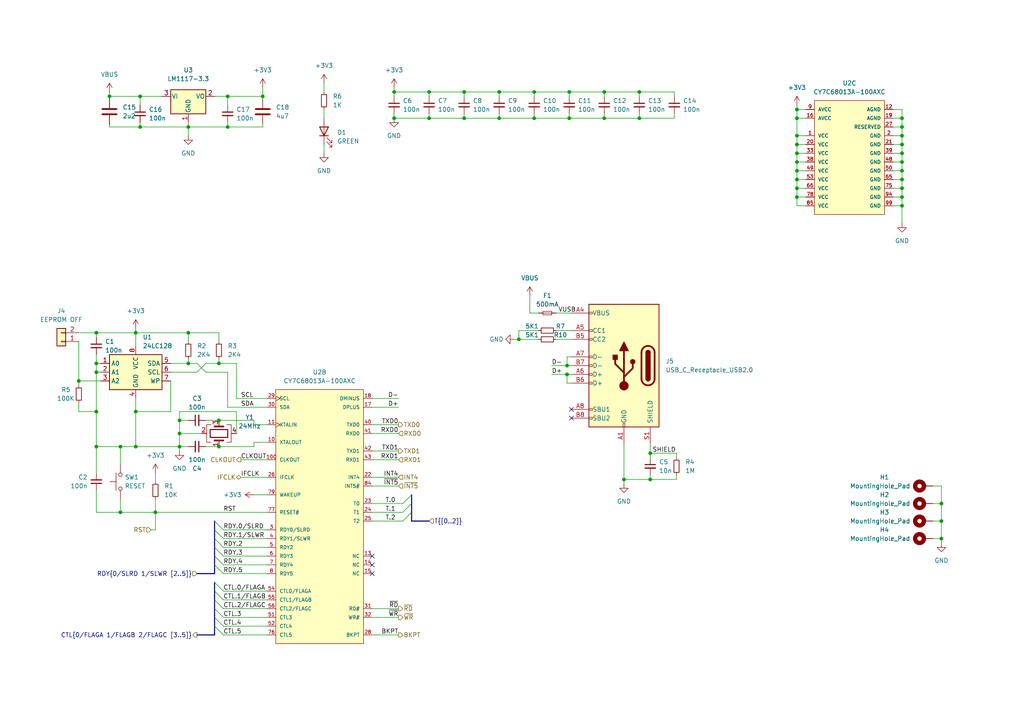
<source format=kicad_sch>
(kicad_sch (version 20211123) (generator eeschema)
  (paper "A4")
  (lib_symbols
    (symbol "CY7C68013A-100AXC:CY7C68013A-100AXC" (pin_names (offset 1.016))
      (property "Reference" "U" (at 0 5.08 0))
      (property "Value" "CY7C68013A-100AXC" (at 0 7.62 0))
      (symbol "CY7C68013A-100AXC_1_1"
        (pin bidirectional line (at 40.64 0 180) (length 2.54) (name "PB0/FD[0]") (number "34"))
        (pin bidirectional line (at 40.64 -2.54 180) (length 2.54) (name "PB1/FD[1]") (number "35"))
        (pin bidirectional line (at 40.64 -5.08 180) (length 2.54) (name "PB2/FD[2]") (number "36"))
        (pin bidirectional line (at 40.64 -7.62 180) (length 2.54) (name "PB3/FD[3]") (number "37"))
        (pin bidirectional line (at 40.64 -10.16 180) (length 2.54) (name "PB4/FD[4]") (number "44"))
        (pin bidirectional line (at 40.64 -12.7 180) (length 2.54) (name "PB5/FD[5]") (number "45"))
        (pin bidirectional line (at 40.64 -15.24 180) (length 2.54) (name "PB6/FD[6]") (number "46"))
        (pin bidirectional line (at 40.64 -17.78 180) (length 2.54) (name "PB7/FD[7]") (number "47"))
        (pin bidirectional line (at 0 -22.86 0) (length 2.54) (name "PC0/GPIFADR0") (number "57"))
        (pin bidirectional line (at 0 -25.4 0) (length 2.54) (name "PC1/GPIFADR1") (number "58"))
        (pin bidirectional line (at 0 -27.94 0) (length 2.54) (name "PC2/GPIFADR2") (number "59"))
        (pin bidirectional line (at 0 -30.48 0) (length 2.54) (name "PC3/GPIFADR3") (number "60"))
        (pin bidirectional line (at 0 -33.02 0) (length 2.54) (name "PC4/GPIFADR4") (number "61"))
        (pin bidirectional line (at 0 -35.56 0) (length 2.54) (name "PC5/GPIFADR5") (number "62"))
        (pin bidirectional line (at 0 -38.1 0) (length 2.54) (name "PC6/GPIFADR6") (number "63"))
        (pin bidirectional line (at 0 -40.64 0) (length 2.54) (name "PC7/GPIFADR7") (number "64"))
        (pin bidirectional line (at 0 0 0) (length 2.54) (name "PA0/INT0#") (number "67"))
        (pin bidirectional line (at 0 -2.54 0) (length 2.54) (name "PA1/INT1#") (number "68"))
        (pin bidirectional line (at 0 -5.08 0) (length 2.54) (name "PA2/SLOE") (number "69"))
        (pin bidirectional line (at 0 -7.62 0) (length 2.54) (name "PA3/WU2") (number "70"))
        (pin bidirectional line (at 0 -10.16 0) (length 2.54) (name "PA4/FIFOADR0") (number "71"))
        (pin bidirectional line (at 0 -12.7 0) (length 2.54) (name "PA5/FIFOADR1") (number "72"))
        (pin bidirectional line (at 0 -15.24 0) (length 2.54) (name "PA6/PKTEND") (number "73"))
        (pin bidirectional line (at 0 -17.78 0) (length 2.54) (name "PA7/FLAGD/SLCS#") (number "74"))
        (pin bidirectional line (at 40.64 -22.86 180) (length 2.54) (name "PD0/FD[8]") (number "80"))
        (pin bidirectional line (at 40.64 -25.4 180) (length 2.54) (name "PD1/FD[9]") (number "81"))
        (pin bidirectional line (at 40.64 -27.94 180) (length 2.54) (name "PD2/FD[10]") (number "82"))
        (pin bidirectional line (at 40.64 -30.48 180) (length 2.54) (name "PD3/FD[11]") (number "83"))
        (pin bidirectional line (at 0 -45.72 0) (length 2.54) (name "PE0/T0OUT") (number "86"))
        (pin bidirectional line (at 0 -48.26 0) (length 2.54) (name "PE1/T1OUT") (number "87"))
        (pin bidirectional line (at 0 -50.8 0) (length 2.54) (name "PE2/T2OUT") (number "88"))
        (pin bidirectional line (at 0 -53.34 0) (length 2.54) (name "PE3/RXD0OUT") (number "89"))
        (pin bidirectional line (at 0 -55.88 0) (length 2.54) (name "PE4/RXD1OUT") (number "90"))
        (pin bidirectional line (at 0 -58.42 0) (length 2.54) (name "PE5/INT6") (number "91"))
        (pin bidirectional line (at 0 -60.96 0) (length 2.54) (name "PE6/T2EX") (number "92"))
        (pin bidirectional line (at 0 -63.5 0) (length 2.54) (name "PE7/GPIFADR8") (number "93"))
        (pin bidirectional line (at 40.64 -33.02 180) (length 2.54) (name "PD4/FD[12]") (number "95"))
        (pin bidirectional line (at 40.64 -35.56 180) (length 2.54) (name "PD5/FD[13]") (number "96"))
        (pin bidirectional line (at 40.64 -38.1 180) (length 2.54) (name "PD6/FD[14]") (number "97"))
        (pin bidirectional line (at 40.64 -40.64 180) (length 2.54) (name "PD7/FD[15]") (number "98"))
      )
      (symbol "CY7C68013A-100AXC_2_1"
        (pin passive line (at 0 -12.7 0) (length 2.54) (name "XTALOUT") (number "10"))
        (pin unspecified line (at 0 -17.78 0) (length 2.54) (name "CLKOUT") (number "100"))
        (pin input clock (at 0 -7.62 0) (length 2.54) (name "XTALIN") (number "11"))
        (pin passive line (at 30.48 -45.72 180) (length 2.54) (name "NC") (number "13"))
        (pin passive line (at 30.48 -48.26 180) (length 2.54) (name "NC") (number "14"))
        (pin passive line (at 30.48 -50.8 180) (length 2.54) (name "NC") (number "15"))
        (pin bidirectional line (at 30.48 -2.54 180) (length 2.54) (name "DPLUS") (number "17"))
        (pin bidirectional line (at 30.48 0 180) (length 2.54) (name "DMINUS") (number "18"))
        (pin input line (at 30.48 -22.86 180) (length 2.54) (name "INT4") (number "22"))
        (pin input line (at 30.48 -30.48 180) (length 2.54) (name "T0") (number "23"))
        (pin input line (at 30.48 -33.02 180) (length 2.54) (name "T1") (number "24"))
        (pin input line (at 30.48 -35.56 180) (length 2.54) (name "T2") (number "25"))
        (pin bidirectional line (at 0 -22.86 0) (length 2.54) (name "IFCLK") (number "26"))
        (pin output line (at 30.48 -68.58 180) (length 2.54) (name "BKPT") (number "28"))
        (pin bidirectional clock (at 0 0 0) (length 2.54) (name "SCL") (number "29"))
        (pin input line (at 0 -38.1 0) (length 2.54) (name "RDY0/SLRD") (number "3"))
        (pin bidirectional line (at 0 -2.54 0) (length 2.54) (name "SDA") (number "30"))
        (pin output line (at 30.48 -60.96 180) (length 2.54) (name "RD#") (number "31"))
        (pin output line (at 30.48 -63.5 180) (length 2.54) (name "WR#") (number "32"))
        (pin input line (at 0 -40.64 0) (length 2.54) (name "RDY1/SLWR") (number "4"))
        (pin output line (at 30.48 -7.62 180) (length 2.54) (name "TXD0") (number "40"))
        (pin input line (at 30.48 -10.16 180) (length 2.54) (name "RXD0") (number "41"))
        (pin output line (at 30.48 -15.24 180) (length 2.54) (name "TXD1") (number "42"))
        (pin input line (at 30.48 -17.78 180) (length 2.54) (name "RXD1") (number "43"))
        (pin input line (at 0 -43.18 0) (length 2.54) (name "RDY2") (number "5"))
        (pin output line (at 0 -63.5 0) (length 2.54) (name "CTL3") (number "51"))
        (pin output line (at 0 -66.04 0) (length 2.54) (name "CTL4") (number "52"))
        (pin unspecified line (at 0 -55.88 0) (length 2.54) (name "CTL0/FLAGA") (number "54"))
        (pin unspecified line (at 0 -58.42 0) (length 2.54) (name "CTL1/FLAGB") (number "55"))
        (pin unspecified line (at 0 -60.96 0) (length 2.54) (name "CTL2/FLAGC") (number "56"))
        (pin input line (at 0 -45.72 0) (length 2.54) (name "RDY3") (number "6"))
        (pin input line (at 0 -48.26 0) (length 2.54) (name "RDY4") (number "7"))
        (pin output line (at 0 -68.58 0) (length 2.54) (name "CTL5") (number "76"))
        (pin input line (at 0 -33.02 0) (length 2.54) (name "RESET#") (number "77"))
        (pin input line (at 0 -27.94 0) (length 2.54) (name "WAKEUP") (number "79"))
        (pin input line (at 0 -50.8 0) (length 2.54) (name "RDY5") (number "8"))
        (pin input line (at 30.48 -25.4 180) (length 2.54) (name "INT5#") (number "84"))
      )
      (symbol "CY7C68013A-100AXC_3_1"
        (pin power_in line (at 0 -7.62 0) (length 2.54) (name "VCC") (number "1"))
        (pin power_in line (at 25.4 0 180) (length 2.54) (name "AGND") (number "12"))
        (pin power_in line (at 0 -2.54 0) (length 2.54) (name "AVCC") (number "16"))
        (pin power_in line (at 25.4 -2.54 180) (length 2.54) (name "AGND") (number "19"))
        (pin power_in line (at 25.4 -7.62 180) (length 2.54) (name "GND") (number "2"))
        (pin power_in line (at 0 -10.16 0) (length 2.54) (name "VCC") (number "20"))
        (pin power_in line (at 25.4 -10.16 180) (length 2.54) (name "GND") (number "21"))
        (pin power_in line (at 25.4 -5.08 180) (length 2.54) (name "RESERVED") (number "27"))
        (pin power_in line (at 0 -12.7 0) (length 2.54) (name "VCC") (number "33"))
        (pin power_in line (at 0 -15.24 0) (length 2.54) (name "VCC") (number "38"))
        (pin power_in line (at 25.4 -12.7 180) (length 2.54) (name "GND") (number "39"))
        (pin power_in line (at 25.4 -15.24 180) (length 2.54) (name "GND") (number "48"))
        (pin power_in line (at 0 -17.78 0) (length 2.54) (name "VCC") (number "49"))
        (pin power_in line (at 25.4 -17.78 180) (length 2.54) (name "GND") (number "50"))
        (pin power_in line (at 0 -20.32 0) (length 2.54) (name "VCC") (number "53"))
        (pin power_in line (at 25.4 -20.32 180) (length 2.54) (name "GND") (number "65"))
        (pin power_in line (at 0 -22.86 0) (length 2.54) (name "VCC") (number "66"))
        (pin power_in line (at 25.4 -22.86 180) (length 2.54) (name "GND") (number "75"))
        (pin power_in line (at 0 -25.4 0) (length 2.54) (name "VCC") (number "78"))
        (pin power_in line (at 0 -27.94 0) (length 2.54) (name "VCC") (number "85"))
        (pin power_in line (at 0 0 0) (length 2.54) (name "AVCC") (number "9"))
        (pin power_in line (at 25.4 -25.4 180) (length 2.54) (name "GND") (number "94"))
        (pin power_in line (at 25.4 -27.94 180) (length 2.54) (name "GND") (number "99"))
      )
    )
    (symbol "Connector:USB_C_Receptacle_USB2.0" (pin_names (offset 1.016))
      (property "Reference" "J" (at -10.16 19.05 0))
      (property "Value" "USB_C_Receptacle_USB2.0" (at 19.05 19.05 0))
      (symbol "USB_C_Receptacle_USB2.0_1_1"
        (pin passive line (at 0 -22.86 90) (length 5.08) (name "GND") (number "A1"))
        (pin passive line (at 0 -22.86 90) (length 5.08) hide (name "GND") (number "A12"))
        (pin passive line (at 15.24 15.24 180) (length 5.08) (name "VBUS") (number "A4"))
        (pin bidirectional line (at 15.24 10.16 180) (length 5.08) (name "CC1") (number "A5"))
        (pin bidirectional line (at 15.24 -2.54 180) (length 5.08) (name "D+") (number "A6"))
        (pin bidirectional line (at 15.24 2.54 180) (length 5.08) (name "D-") (number "A7"))
        (pin bidirectional line (at 15.24 -12.7 180) (length 5.08) (name "SBU1") (number "A8"))
        (pin passive line (at 15.24 15.24 180) (length 5.08) hide (name "VBUS") (number "A9"))
        (pin passive line (at 0 -22.86 90) (length 5.08) hide (name "GND") (number "B1"))
        (pin passive line (at 0 -22.86 90) (length 5.08) hide (name "GND") (number "B12"))
        (pin passive line (at 15.24 15.24 180) (length 5.08) hide (name "VBUS") (number "B4"))
        (pin bidirectional line (at 15.24 7.62 180) (length 5.08) (name "CC2") (number "B5"))
        (pin bidirectional line (at 15.24 -5.08 180) (length 5.08) (name "D+") (number "B6"))
        (pin bidirectional line (at 15.24 0 180) (length 5.08) (name "D-") (number "B7"))
        (pin bidirectional line (at 15.24 -15.24 180) (length 5.08) (name "SBU2") (number "B8"))
        (pin passive line (at 15.24 15.24 180) (length 5.08) hide (name "VBUS") (number "B9"))
        (pin passive line (at -7.62 -22.86 90) (length 5.08) (name "SHIELD") (number "S1"))
      )
    )
    (symbol "Connector_Generic:Conn_01x02" (pin_names (offset 1.016) hide)
      (property "Reference" "J" (at 0 2.54 0))
      (property "Value" "Conn_01x02" (at 0 -5.08 0))
      (symbol "Conn_01x02_1_1"
        (pin passive line (at -5.08 0 0) (length 3.81) (name "Pin_1") (number "1"))
        (pin passive line (at -5.08 -2.54 0) (length 3.81) (name "Pin_2") (number "2"))
      )
    )
    (symbol "Device:C" (pin_numbers hide) (pin_names (offset 0.254))
      (property "Reference" "C" (at 0.635 2.54 0))
      (property "Value" "C" (at 0.635 -2.54 0))
      (symbol "C_1_1"
        (pin passive line (at 0 3.81 270) (length 2.794) (name "~") (number "1"))
        (pin passive line (at 0 -3.81 90) (length 2.794) (name "~") (number "2"))
      )
    )
    (symbol "Device:C_Small" (pin_numbers hide) (pin_names (offset 0.254) hide)
      (property "Reference" "C" (at 0.254 1.778 0))
      (property "Value" "C_Small" (at 0.254 -2.032 0))
      (symbol "C_Small_1_1"
        (pin passive line (at 0 2.54 270) (length 2.032) (name "~") (number "1"))
        (pin passive line (at 0 -2.54 90) (length 2.032) (name "~") (number "2"))
      )
    )
    (symbol "Device:Crystal_GND24" (pin_names (offset 1.016) hide)
      (property "Reference" "Y" (at 3.175 5.08 0))
      (property "Value" "Crystal_GND24" (at 3.175 3.175 0))
      (symbol "Crystal_GND24_1_1"
        (pin passive line (at -3.81 0 0) (length 1.27) (name "1") (number "1"))
        (pin passive line (at 0 5.08 270) (length 1.27) (name "2") (number "2"))
        (pin passive line (at 3.81 0 180) (length 1.27) (name "3") (number "3"))
        (pin passive line (at 0 -5.08 90) (length 1.27) (name "4") (number "4"))
      )
    )
    (symbol "Device:Fuse_Small" (pin_numbers hide) (pin_names (offset 0.254) hide)
      (property "Reference" "F" (at 0 -1.524 0))
      (property "Value" "Fuse_Small" (at 0 1.524 0))
      (symbol "Fuse_Small_1_1"
        (pin passive line (at -2.54 0 0) (length 1.27) (name "~") (number "1"))
        (pin passive line (at 2.54 0 180) (length 1.27) (name "~") (number "2"))
      )
    )
    (symbol "Device:LED" (pin_numbers hide) (pin_names (offset 1.016) hide)
      (property "Reference" "D" (at 0 2.54 0))
      (property "Value" "LED" (at 0 -2.54 0))
      (symbol "LED_1_1"
        (pin passive line (at -3.81 0 0) (length 2.54) (name "K") (number "1"))
        (pin passive line (at 3.81 0 180) (length 2.54) (name "A") (number "2"))
      )
    )
    (symbol "Device:R_Small" (pin_numbers hide) (pin_names (offset 0.254) hide)
      (property "Reference" "R" (at 0.762 0.508 0))
      (property "Value" "R_Small" (at 0.762 -1.016 0))
      (symbol "R_Small_1_1"
        (pin passive line (at 0 2.54 270) (length 0.762) (name "~") (number "1"))
        (pin passive line (at 0 -2.54 90) (length 0.762) (name "~") (number "2"))
      )
    )
    (symbol "GND_1" (power) (pin_names (offset 0))
      (property "Value" "GND_1" (at 0 -3.81 0))
      (symbol "GND_1_1_1"
        (pin power_in line (at 0 0 270) (length 0) hide (name "GND") (number "1"))
      )
    )
    (symbol "Mechanical:MountingHole_Pad" (pin_numbers hide) (pin_names (offset 1.016) hide)
      (property "Reference" "H" (at 0 6.35 0))
      (property "Value" "MountingHole_Pad" (at 0 4.445 0))
      (symbol "MountingHole_Pad_1_1"
        (pin input line (at 0 -2.54 90) (length 2.54) (name "1") (number "1"))
      )
    )
    (symbol "Memory_EEPROM:24LC128"
      (property "Reference" "U" (at -6.35 6.35 0))
      (property "Value" "24LC128" (at 1.27 6.35 0))
      (symbol "24LC128_1_1"
        (pin input line (at -10.16 2.54 0) (length 2.54) (name "A0") (number "1"))
        (pin input line (at -10.16 0 0) (length 2.54) (name "A1") (number "2"))
        (pin input line (at -10.16 -2.54 0) (length 2.54) (name "A2") (number "3"))
        (pin power_in line (at 0 -7.62 90) (length 2.54) (name "GND") (number "4"))
        (pin bidirectional line (at 10.16 2.54 180) (length 2.54) (name "SDA") (number "5"))
        (pin input line (at 10.16 0 180) (length 2.54) (name "SCL") (number "6"))
        (pin input line (at 10.16 -2.54 180) (length 2.54) (name "WP") (number "7"))
        (pin power_in line (at 0 7.62 270) (length 2.54) (name "VCC") (number "8"))
      )
    )
    (symbol "Regulator_Linear:LM1117-3.3" (pin_names (offset 0.254))
      (property "Reference" "U" (at -3.81 3.175 0))
      (property "Value" "LM1117-3.3" (at 0 3.175 0))
      (symbol "LM1117-3.3_1_1"
        (pin power_in line (at 0 -7.62 90) (length 2.54) (name "GND") (number "1"))
        (pin power_out line (at 7.62 0 180) (length 2.54) (name "VO") (number "2"))
        (pin power_in line (at -7.62 0 0) (length 2.54) (name "VI") (number "3"))
      )
    )
    (symbol "Switch:SW_Push" (pin_numbers hide) (pin_names (offset 1.016) hide)
      (property "Reference" "SW" (at 1.27 2.54 0))
      (property "Value" "SW_Push" (at 0 -1.524 0))
      (symbol "SW_Push_0_1"
        (pin passive line (at -5.08 0 0) (length 2.54) (name "1") (number "1"))
        (pin passive line (at 5.08 0 180) (length 2.54) (name "2") (number "2"))
      )
    )
    (symbol "power:+3V3" (power) (pin_names (offset 0))
      (property "Value" "+3V3" (at 0 3.556 0))
      (symbol "+3V3_1_1"
        (pin power_in line (at 0 0 90) (length 0) hide (name "+3V3") (number "1"))
      )
    )
    (symbol "power:GND" (power) (pin_names (offset 0))
      (property "Value" "GND" (at 0 -3.81 0))
      (symbol "GND_1_1"
        (pin power_in line (at 0 0 270) (length 0) hide (name "GND") (number "1"))
      )
    )
    (symbol "power:VBUS" (power) (pin_names (offset 0))
      (property "Value" "VBUS" (at 0 3.81 0))
      (symbol "VBUS_1_1"
        (pin power_in line (at 0 0 90) (length 0) hide (name "VBUS") (number "1"))
      )
    )
  )
  (junction (at 165.1 34.29))
  (junction (at 273.05 156.21))
  (junction (at 231.14 34.29))
  (junction (at 261.62 54.61))
  (junction (at 134.62 34.29))
  (junction (at 45.085 148.59))
  (junction (at 66.04 27.94))
  (junction (at 124.46 34.29))
  (junction (at 180.975 139.065))
  (junction (at 76.2 27.94))
  (junction (at 124.46 26.67))
  (junction (at 261.62 49.53))
  (junction (at 164.465 108.585))
  (junction (at 150.495 98.425))
  (junction (at 175.26 26.67))
  (junction (at 231.14 54.61))
  (junction (at 34.925 129.54))
  (junction (at 185.42 34.29))
  (junction (at 185.42 26.67))
  (junction (at 54.61 96.52))
  (junction (at 273.05 151.13))
  (junction (at 52.07 125.73))
  (junction (at 261.62 59.69))
  (junction (at 52.07 121.92))
  (junction (at 261.62 46.99))
  (junction (at 27.94 105.41))
  (junction (at 66.04 36.83))
  (junction (at 63.5 121.92))
  (junction (at 231.14 52.07))
  (junction (at 27.94 129.54))
  (junction (at 40.64 36.83))
  (junction (at 231.14 44.45))
  (junction (at 261.62 39.37))
  (junction (at 39.37 119.38))
  (junction (at 144.78 34.29))
  (junction (at 188.595 139.065))
  (junction (at 261.62 52.07))
  (junction (at 261.62 34.29))
  (junction (at 54.61 105.41))
  (junction (at 231.14 39.37))
  (junction (at 27.94 96.52))
  (junction (at 63.5 129.54))
  (junction (at 175.26 34.29))
  (junction (at 261.62 57.15))
  (junction (at 261.62 36.83))
  (junction (at 261.62 44.45))
  (junction (at 134.62 26.67))
  (junction (at 188.595 131.445))
  (junction (at 22.86 110.49))
  (junction (at 144.78 26.67))
  (junction (at 31.75 27.94))
  (junction (at 34.925 148.59))
  (junction (at 154.94 26.67))
  (junction (at 154.94 34.29))
  (junction (at 114.3 34.29))
  (junction (at 231.14 49.53))
  (junction (at 114.3 26.67))
  (junction (at 231.14 41.91))
  (junction (at 39.37 129.54))
  (junction (at 27.94 107.95))
  (junction (at 273.05 146.05))
  (junction (at 231.14 46.99))
  (junction (at 164.465 106.045))
  (junction (at 261.62 41.91))
  (junction (at 231.14 31.75))
  (junction (at 27.94 119.38))
  (junction (at 54.61 36.83))
  (junction (at 39.37 96.52))
  (junction (at 63.5 105.41))
  (junction (at 231.14 57.15))
  (junction (at 52.07 129.54))
  (junction (at 165.1 26.67))
  (junction (at 40.64 27.94))
  (no_connect (at 165.735 118.745))
  (no_connect (at 165.735 121.285))
  (no_connect (at 107.95 163.83))
  (no_connect (at 107.95 166.37))
  (no_connect (at 107.95 161.29))
  (bus_entry (at 62.23 156.21) (size 2.54 2.54))
  (bus_entry (at 62.23 173.99) (size 2.54 2.54))
  (bus_entry (at 119.38 143.51) (size -2.54 2.54))
  (bus_entry (at 62.23 179.07) (size 2.54 2.54))
  (bus_entry (at 62.23 171.45) (size 2.54 2.54))
  (bus_entry (at 119.38 148.59) (size -2.54 2.54))
  (bus_entry (at 62.23 161.29) (size 2.54 2.54))
  (bus_entry (at 62.23 176.53) (size 2.54 2.54))
  (bus_entry (at 119.38 146.05) (size -2.54 2.54))
  (bus_entry (at 62.23 168.91) (size 2.54 2.54))
  (bus_entry (at 62.23 181.61) (size 2.54 2.54))
  (bus_entry (at 62.23 153.67) (size 2.54 2.54))
  (bus_entry (at 62.23 151.13) (size 2.54 2.54))
  (bus_entry (at 62.23 163.83) (size 2.54 2.54))
  (bus_entry (at 62.23 158.75) (size 2.54 2.54))
  (wire (pts (xy 45.085 144.78) (xy 45.085 148.59)))
  (wire (pts (xy 164.465 108.585) (xy 165.735 108.585)))
  (wire (pts (xy 188.595 131.445) (xy 188.595 132.715)))
  (wire (pts (xy 259.08 54.61) (xy 261.62 54.61)))
  (wire (pts (xy 180.975 139.065) (xy 188.595 139.065)))
  (bus (pts (xy 62.23 173.99) (xy 62.23 176.53)))
  (wire (pts (xy 29.21 110.49) (xy 22.86 110.49)))
  (wire (pts (xy 124.46 26.67) (xy 134.62 26.67)))
  (wire (pts (xy 231.14 39.37) (xy 231.14 41.91)))
  (wire (pts (xy 231.14 54.61) (xy 231.14 57.15)))
  (wire (pts (xy 68.58 119.38) (xy 52.07 119.38)))
  (wire (pts (xy 188.595 128.905) (xy 188.595 131.445)))
  (wire (pts (xy 114.3 33.02) (xy 114.3 34.29)))
  (wire (pts (xy 57.15 107.95) (xy 59.69 105.41)))
  (wire (pts (xy 231.14 57.15) (xy 233.68 57.15)))
  (wire (pts (xy 261.62 52.07) (xy 261.62 54.61)))
  (bus (pts (xy 62.23 161.29) (xy 62.23 163.83)))
  (wire (pts (xy 231.14 57.15) (xy 231.14 59.69)))
  (wire (pts (xy 52.07 119.38) (xy 52.07 121.92)))
  (bus (pts (xy 62.23 156.21) (xy 62.23 158.75)))
  (wire (pts (xy 27.94 142.24) (xy 27.94 148.59)))
  (wire (pts (xy 164.465 106.045) (xy 165.735 106.045)))
  (wire (pts (xy 66.04 27.94) (xy 66.04 30.48)))
  (wire (pts (xy 261.62 36.83) (xy 261.62 39.37)))
  (wire (pts (xy 261.62 44.45) (xy 261.62 46.99)))
  (wire (pts (xy 107.95 123.19) (xy 115.57 123.19)))
  (wire (pts (xy 22.86 99.06) (xy 22.86 110.49)))
  (wire (pts (xy 59.69 107.95) (xy 66.04 107.95)))
  (wire (pts (xy 144.78 26.67) (xy 144.78 27.94)))
  (wire (pts (xy 107.95 146.05) (xy 116.84 146.05)))
  (wire (pts (xy 165.735 111.125) (xy 164.465 111.125)))
  (wire (pts (xy 49.53 119.38) (xy 39.37 119.38)))
  (wire (pts (xy 54.61 105.41) (xy 57.15 105.41)))
  (wire (pts (xy 195.58 26.67) (xy 195.58 27.94)))
  (wire (pts (xy 107.95 148.59) (xy 116.84 148.59)))
  (wire (pts (xy 259.08 39.37) (xy 261.62 39.37)))
  (wire (pts (xy 270.51 156.21) (xy 273.05 156.21)))
  (bus (pts (xy 119.38 146.05) (xy 119.38 148.59)))
  (wire (pts (xy 156.21 95.885) (xy 150.495 95.885)))
  (wire (pts (xy 150.495 95.885) (xy 150.495 98.425)))
  (wire (pts (xy 107.95 138.43) (xy 115.57 138.43)))
  (wire (pts (xy 76.2 25.4) (xy 76.2 27.94)))
  (wire (pts (xy 27.94 105.41) (xy 29.21 105.41)))
  (wire (pts (xy 259.08 49.53) (xy 261.62 49.53)))
  (wire (pts (xy 261.62 31.75) (xy 261.62 34.29)))
  (wire (pts (xy 175.26 26.67) (xy 175.26 27.94)))
  (wire (pts (xy 63.5 104.14) (xy 63.5 105.41)))
  (bus (pts (xy 119.38 143.51) (xy 119.38 146.05)))
  (wire (pts (xy 154.94 33.02) (xy 154.94 34.29)))
  (wire (pts (xy 34.925 148.59) (xy 45.085 148.59)))
  (wire (pts (xy 39.37 96.52) (xy 39.37 100.33)))
  (wire (pts (xy 165.1 33.02) (xy 165.1 34.29)))
  (wire (pts (xy 107.95 133.35) (xy 115.57 133.35)))
  (wire (pts (xy 49.53 105.41) (xy 54.61 105.41)))
  (wire (pts (xy 66.04 107.95) (xy 66.04 118.11)))
  (wire (pts (xy 124.46 34.29) (xy 134.62 34.29)))
  (wire (pts (xy 231.14 31.75) (xy 231.14 34.29)))
  (wire (pts (xy 259.08 46.99) (xy 261.62 46.99)))
  (wire (pts (xy 134.62 33.02) (xy 134.62 34.29)))
  (wire (pts (xy 124.46 26.67) (xy 124.46 27.94)))
  (wire (pts (xy 107.95 130.81) (xy 115.57 130.81)))
  (wire (pts (xy 63.5 121.92) (xy 73.66 121.92)))
  (wire (pts (xy 259.08 36.83) (xy 261.62 36.83)))
  (wire (pts (xy 46.99 27.94) (xy 40.64 27.94)))
  (wire (pts (xy 54.61 96.52) (xy 54.61 99.06)))
  (wire (pts (xy 66.04 36.83) (xy 76.2 36.83)))
  (wire (pts (xy 68.58 115.57) (xy 68.58 105.41)))
  (wire (pts (xy 161.29 98.425) (xy 165.735 98.425)))
  (wire (pts (xy 64.77 171.45) (xy 77.47 171.45)))
  (wire (pts (xy 66.04 27.94) (xy 76.2 27.94)))
  (bus (pts (xy 62.23 179.07) (xy 62.23 181.61)))
  (wire (pts (xy 273.05 157.48) (xy 273.05 156.21)))
  (wire (pts (xy 231.14 41.91) (xy 231.14 44.45)))
  (wire (pts (xy 134.62 34.29) (xy 144.78 34.29)))
  (wire (pts (xy 62.23 27.94) (xy 66.04 27.94)))
  (wire (pts (xy 149.225 98.425) (xy 150.495 98.425)))
  (wire (pts (xy 76.2 27.94) (xy 76.2 28.575)))
  (wire (pts (xy 54.61 96.52) (xy 39.37 96.52)))
  (wire (pts (xy 180.975 139.065) (xy 180.975 140.335)))
  (wire (pts (xy 259.08 57.15) (xy 261.62 57.15)))
  (wire (pts (xy 261.62 41.91) (xy 261.62 44.45)))
  (wire (pts (xy 93.98 41.91) (xy 93.98 44.45)))
  (wire (pts (xy 27.94 119.38) (xy 27.94 129.54)))
  (wire (pts (xy 57.15 105.41) (xy 59.69 107.95)))
  (wire (pts (xy 259.08 59.69) (xy 261.62 59.69)))
  (wire (pts (xy 27.94 107.95) (xy 27.94 119.38)))
  (wire (pts (xy 231.14 34.29) (xy 233.68 34.29)))
  (wire (pts (xy 39.37 129.54) (xy 52.07 129.54)))
  (wire (pts (xy 195.58 33.02) (xy 195.58 34.29)))
  (wire (pts (xy 231.14 54.61) (xy 233.68 54.61)))
  (wire (pts (xy 39.37 95.25) (xy 39.37 96.52)))
  (wire (pts (xy 261.62 34.29) (xy 261.62 36.83)))
  (wire (pts (xy 154.94 26.67) (xy 154.94 27.94)))
  (wire (pts (xy 231.14 49.53) (xy 231.14 52.07)))
  (wire (pts (xy 114.3 25.4) (xy 114.3 26.67)))
  (wire (pts (xy 114.3 26.67) (xy 114.3 27.94)))
  (wire (pts (xy 52.07 125.73) (xy 52.07 129.54)))
  (wire (pts (xy 52.07 129.54) (xy 54.61 129.54)))
  (wire (pts (xy 73.66 143.51) (xy 77.47 143.51)))
  (wire (pts (xy 45.085 153.67) (xy 45.085 148.59)))
  (wire (pts (xy 134.62 26.67) (xy 144.78 26.67)))
  (wire (pts (xy 180.975 128.905) (xy 180.975 139.065)))
  (wire (pts (xy 59.69 129.54) (xy 63.5 129.54)))
  (wire (pts (xy 259.08 41.91) (xy 261.62 41.91)))
  (wire (pts (xy 107.95 125.73) (xy 115.57 125.73)))
  (wire (pts (xy 54.61 36.83) (xy 54.61 39.37)))
  (wire (pts (xy 188.595 131.445) (xy 196.215 131.445)))
  (wire (pts (xy 59.69 105.41) (xy 63.5 105.41)))
  (wire (pts (xy 63.5 99.06) (xy 63.5 96.52)))
  (wire (pts (xy 261.62 59.69) (xy 261.62 64.77)))
  (wire (pts (xy 196.215 137.795) (xy 196.215 139.065)))
  (wire (pts (xy 153.67 85.725) (xy 153.67 90.805)))
  (wire (pts (xy 160.02 106.045) (xy 164.465 106.045)))
  (wire (pts (xy 261.62 46.99) (xy 261.62 49.53)))
  (wire (pts (xy 73.66 121.92) (xy 73.66 123.19)))
  (bus (pts (xy 119.38 148.59) (xy 119.38 151.13)))
  (wire (pts (xy 161.29 95.885) (xy 165.735 95.885)))
  (wire (pts (xy 40.64 35.56) (xy 40.64 36.83)))
  (wire (pts (xy 39.37 119.38) (xy 39.37 129.54)))
  (wire (pts (xy 68.58 125.73) (xy 68.58 119.38)))
  (wire (pts (xy 185.42 34.29) (xy 195.58 34.29)))
  (wire (pts (xy 66.04 118.11) (xy 77.47 118.11)))
  (wire (pts (xy 59.69 121.92) (xy 63.5 121.92)))
  (wire (pts (xy 69.85 133.35) (xy 77.47 133.35)))
  (wire (pts (xy 270.51 146.05) (xy 273.05 146.05)))
  (wire (pts (xy 27.94 129.54) (xy 34.925 129.54)))
  (wire (pts (xy 124.46 33.02) (xy 124.46 34.29)))
  (wire (pts (xy 52.07 121.92) (xy 52.07 125.73)))
  (bus (pts (xy 119.38 151.13) (xy 124.46 151.13)))
  (wire (pts (xy 154.94 34.29) (xy 165.1 34.29)))
  (wire (pts (xy 73.66 128.27) (xy 73.66 129.54)))
  (wire (pts (xy 22.86 96.52) (xy 27.94 96.52)))
  (wire (pts (xy 175.26 34.29) (xy 185.42 34.29)))
  (wire (pts (xy 39.37 115.57) (xy 39.37 119.38)))
  (wire (pts (xy 54.61 121.92) (xy 52.07 121.92)))
  (bus (pts (xy 62.23 181.61) (xy 62.23 184.15)))
  (wire (pts (xy 54.61 36.83) (xy 66.04 36.83)))
  (wire (pts (xy 188.595 137.795) (xy 188.595 139.065)))
  (wire (pts (xy 164.465 103.505) (xy 164.465 106.045)))
  (wire (pts (xy 273.05 156.21) (xy 273.05 151.13)))
  (wire (pts (xy 164.465 111.125) (xy 164.465 108.585)))
  (wire (pts (xy 175.26 26.67) (xy 185.42 26.67)))
  (wire (pts (xy 63.5 96.52) (xy 54.61 96.52)))
  (wire (pts (xy 175.26 33.02) (xy 175.26 34.29)))
  (wire (pts (xy 22.86 110.49) (xy 22.86 111.76)))
  (wire (pts (xy 196.215 139.065) (xy 188.595 139.065)))
  (wire (pts (xy 27.94 107.95) (xy 29.21 107.95)))
  (wire (pts (xy 73.66 123.19) (xy 77.47 123.19)))
  (wire (pts (xy 34.925 129.54) (xy 34.925 134.62)))
  (wire (pts (xy 45.085 148.59) (xy 77.47 148.59)))
  (wire (pts (xy 144.78 34.29) (xy 154.94 34.29)))
  (wire (pts (xy 259.08 44.45) (xy 261.62 44.45)))
  (wire (pts (xy 107.95 115.57) (xy 115.57 115.57)))
  (wire (pts (xy 154.94 26.67) (xy 165.1 26.67)))
  (wire (pts (xy 27.94 148.59) (xy 34.925 148.59)))
  (wire (pts (xy 231.14 41.91) (xy 233.68 41.91)))
  (wire (pts (xy 64.77 158.75) (xy 77.47 158.75)))
  (wire (pts (xy 231.14 39.37) (xy 233.68 39.37)))
  (wire (pts (xy 27.94 129.54) (xy 27.94 137.16)))
  (bus (pts (xy 57.15 166.37) (xy 62.23 166.37)))
  (wire (pts (xy 165.1 26.67) (xy 175.26 26.67)))
  (wire (pts (xy 31.75 36.83) (xy 40.64 36.83)))
  (wire (pts (xy 231.14 31.75) (xy 233.68 31.75)))
  (wire (pts (xy 231.14 52.07) (xy 233.68 52.07)))
  (wire (pts (xy 273.05 146.05) (xy 273.05 140.97)))
  (wire (pts (xy 114.3 34.29) (xy 124.46 34.29)))
  (wire (pts (xy 66.04 35.56) (xy 66.04 36.83)))
  (wire (pts (xy 27.94 105.41) (xy 27.94 107.95)))
  (wire (pts (xy 114.3 26.67) (xy 124.46 26.67)))
  (wire (pts (xy 196.215 132.715) (xy 196.215 131.445)))
  (wire (pts (xy 150.495 98.425) (xy 156.21 98.425)))
  (wire (pts (xy 64.77 166.37) (xy 77.47 166.37)))
  (wire (pts (xy 134.62 26.67) (xy 134.62 27.94)))
  (wire (pts (xy 107.95 176.53) (xy 115.57 176.53)))
  (wire (pts (xy 49.53 110.49) (xy 49.53 119.38)))
  (wire (pts (xy 64.77 156.21) (xy 77.47 156.21)))
  (wire (pts (xy 185.42 26.67) (xy 195.58 26.67)))
  (wire (pts (xy 64.77 161.29) (xy 77.47 161.29)))
  (wire (pts (xy 165.1 26.67) (xy 165.1 27.94)))
  (wire (pts (xy 231.14 34.29) (xy 231.14 39.37)))
  (wire (pts (xy 93.98 31.75) (xy 93.98 34.29)))
  (bus (pts (xy 62.23 176.53) (xy 62.23 179.07)))
  (wire (pts (xy 43.815 153.67) (xy 45.085 153.67)))
  (wire (pts (xy 107.95 151.13) (xy 116.84 151.13)))
  (bus (pts (xy 62.23 171.45) (xy 62.23 173.99)))
  (wire (pts (xy 231.14 49.53) (xy 233.68 49.53)))
  (wire (pts (xy 34.925 129.54) (xy 39.37 129.54)))
  (wire (pts (xy 49.53 107.95) (xy 57.15 107.95)))
  (wire (pts (xy 273.05 151.13) (xy 273.05 146.05)))
  (wire (pts (xy 64.77 163.83) (xy 77.47 163.83)))
  (wire (pts (xy 231.14 59.69) (xy 233.68 59.69)))
  (wire (pts (xy 63.5 105.41) (xy 68.58 105.41)))
  (wire (pts (xy 64.77 173.99) (xy 77.47 173.99)))
  (wire (pts (xy 93.98 24.13) (xy 93.98 26.67)))
  (wire (pts (xy 63.5 129.54) (xy 73.66 129.54)))
  (wire (pts (xy 107.95 184.15) (xy 115.57 184.15)))
  (bus (pts (xy 62.23 163.83) (xy 62.23 166.37)))
  (wire (pts (xy 231.14 46.99) (xy 231.14 49.53)))
  (wire (pts (xy 40.64 27.94) (xy 40.64 30.48)))
  (wire (pts (xy 64.77 181.61) (xy 77.47 181.61)))
  (wire (pts (xy 153.67 90.805) (xy 156.21 90.805)))
  (wire (pts (xy 160.02 108.585) (xy 164.465 108.585)))
  (wire (pts (xy 64.77 153.67) (xy 77.47 153.67)))
  (bus (pts (xy 62.23 153.67) (xy 62.23 156.21)))
  (wire (pts (xy 231.14 30.48) (xy 231.14 31.75)))
  (wire (pts (xy 27.94 96.52) (xy 39.37 96.52)))
  (wire (pts (xy 31.75 36.195) (xy 31.75 36.83)))
  (wire (pts (xy 76.2 36.195) (xy 76.2 36.83)))
  (wire (pts (xy 261.62 49.53) (xy 261.62 52.07)))
  (wire (pts (xy 231.14 44.45) (xy 233.68 44.45)))
  (wire (pts (xy 45.085 137.16) (xy 45.085 139.7)))
  (wire (pts (xy 185.42 33.02) (xy 185.42 34.29)))
  (wire (pts (xy 259.08 34.29) (xy 261.62 34.29)))
  (wire (pts (xy 161.29 90.805) (xy 165.735 90.805)))
  (wire (pts (xy 22.86 116.84) (xy 22.86 119.38)))
  (wire (pts (xy 27.94 97.79) (xy 27.94 96.52)))
  (wire (pts (xy 144.78 26.67) (xy 154.94 26.67)))
  (wire (pts (xy 68.58 115.57) (xy 77.47 115.57)))
  (wire (pts (xy 261.62 57.15) (xy 261.62 59.69)))
  (wire (pts (xy 64.77 179.07) (xy 77.47 179.07)))
  (bus (pts (xy 62.23 168.91) (xy 62.23 171.45)))
  (wire (pts (xy 22.86 119.38) (xy 27.94 119.38)))
  (bus (pts (xy 62.23 151.13) (xy 62.23 153.67)))
  (wire (pts (xy 40.64 36.83) (xy 54.61 36.83)))
  (wire (pts (xy 144.78 33.02) (xy 144.78 34.29)))
  (wire (pts (xy 64.77 176.53) (xy 77.47 176.53)))
  (wire (pts (xy 185.42 26.67) (xy 185.42 27.94)))
  (wire (pts (xy 54.61 35.56) (xy 54.61 36.83)))
  (wire (pts (xy 34.925 144.78) (xy 34.925 148.59)))
  (wire (pts (xy 69.85 138.43) (xy 77.47 138.43)))
  (wire (pts (xy 165.1 34.29) (xy 175.26 34.29)))
  (wire (pts (xy 165.735 103.505) (xy 164.465 103.505)))
  (wire (pts (xy 231.14 46.99) (xy 233.68 46.99)))
  (wire (pts (xy 31.75 26.67) (xy 31.75 27.94)))
  (wire (pts (xy 261.62 54.61) (xy 261.62 57.15)))
  (wire (pts (xy 77.47 128.27) (xy 73.66 128.27)))
  (wire (pts (xy 64.77 184.15) (xy 77.47 184.15)))
  (bus (pts (xy 62.23 158.75) (xy 62.23 161.29)))
  (wire (pts (xy 52.07 129.54) (xy 52.07 130.81)))
  (wire (pts (xy 261.62 39.37) (xy 261.62 41.91)))
  (wire (pts (xy 27.94 102.87) (xy 27.94 105.41)))
  (wire (pts (xy 259.08 31.75) (xy 261.62 31.75)))
  (wire (pts (xy 273.05 140.97) (xy 270.51 140.97)))
  (wire (pts (xy 231.14 52.07) (xy 231.14 54.61)))
  (wire (pts (xy 31.75 27.94) (xy 31.75 28.575)))
  (bus (pts (xy 57.15 184.15) (xy 62.23 184.15)))
  (wire (pts (xy 259.08 52.07) (xy 261.62 52.07)))
  (wire (pts (xy 52.07 125.73) (xy 58.42 125.73)))
  (wire (pts (xy 107.95 140.97) (xy 115.57 140.97)))
  (wire (pts (xy 231.14 44.45) (xy 231.14 46.99)))
  (wire (pts (xy 107.95 118.11) (xy 115.57 118.11)))
  (wire (pts (xy 40.64 27.94) (xy 31.75 27.94)))
  (wire (pts (xy 54.61 104.14) (xy 54.61 105.41)))
  (wire (pts (xy 270.51 151.13) (xy 273.05 151.13)))
  (wire (pts (xy 107.95 179.07) (xy 115.57 179.07)))
  (label "CTL.2{slash}FLAGC" (at 64.77 176.53 0))
  (label "D+" (at 115.57 118.11 180))
  (label "RXD1" (at 115.57 133.35 180))
  (label "RDY.1{slash}SLWR" (at 64.77 156.21 0))
  (label "T.2" (at 111.76 151.13 0))
  (label "D+" (at 160.02 108.585 0))
  (label "TXD0" (at 115.57 123.19 180))
  (label "~{INT5}" (at 115.57 140.97 180))
  (label "RDY.3" (at 64.77 161.29 0))
  (label "D-" (at 160.02 106.045 0))
  (label "SCL" (at 69.85 115.57 0))
  (label "BKPT" (at 115.57 184.15 180))
  (label "INT4" (at 115.57 138.43 180))
  (label "IFCLK" (at 69.85 138.43 0))
  (label "RXD0" (at 115.57 125.73 180))
  (label "CTL.1{slash}FLAGB" (at 64.77 173.99 0))
  (label "RDY.5" (at 64.77 166.37 0))
  (label "SDA" (at 69.85 118.11 0))
  (label "CTL.0{slash}FLAGA" (at 64.77 171.45 0))
  (label "CTL.3" (at 64.77 179.07 0))
  (label "CTL.4" (at 64.77 181.61 0))
  (label "TXD1" (at 115.57 130.81 180))
  (label "RDY.4" (at 64.77 163.83 0))
  (label "CTL.5" (at 64.77 184.15 0))
  (label "T.0" (at 111.76 146.05 0))
  (label "RDY.0{slash}SLRD" (at 64.77 153.67 0))
  (label "VUSB" (at 161.925 90.805 0))
  (label "~{WR}" (at 115.57 179.07 180))
  (label "~{RD}" (at 115.57 176.53 180))
  (label "D-" (at 115.57 115.57 180))
  (label "RST" (at 64.77 148.59 0))
  (label "CLKOUT" (at 69.85 133.35 0))
  (label "SHIELD" (at 189.23 131.445 0))
  (label "RDY.2" (at 64.77 158.75 0))
  (label "T.1" (at 111.76 148.59 0))
  (hierarchical_label "T{[0..2]}" (shape input) (at 124.46 151.13 0))
  (hierarchical_label "CLKOUT" (shape output) (at 69.85 133.35 180))
  (hierarchical_label "TXD0" (shape output) (at 115.57 123.19 0))
  (hierarchical_label "~{WR}" (shape output) (at 115.57 179.07 0))
  (hierarchical_label "RST" (shape input) (at 43.815 153.67 180))
  (hierarchical_label "~{INT5}" (shape input) (at 115.57 140.97 0))
  (hierarchical_label "CTL{0{slash}FLAGA 1{slash}FLAGB 2{slash}FLAGC [3..5]}" (shape output) (at 57.15 184.15 0))
  (hierarchical_label "~{RD}" (shape output) (at 115.57 176.53 0))
  (hierarchical_label "RXD1" (shape input) (at 115.57 133.35 0))
  (hierarchical_label "IFCLK" (shape bidirectional) (at 69.85 138.43 180))
  (hierarchical_label "RXD0" (shape input) (at 115.57 125.73 0))
  (hierarchical_label "BKPT" (shape output) (at 115.57 184.15 0))
  (hierarchical_label "INT4" (shape input) (at 115.57 138.43 0))
  (hierarchical_label "TXD1" (shape output) (at 115.57 130.81 0))
  (hierarchical_label "RDY{0{slash}SLRD 1{slash}SLWR [2..5]}" (shape input) (at 57.15 166.37 180))
  (symbol (lib_id "power:GND") (at 273.05 157.48 0) (unit 1)
    (property "Reference" "#PWR0101" (effects hide))
    (property "Value" "GND" (at 273.05 162.56 0))
  )
  (symbol (lib_id "Device:R_Small") (at 45.085 142.24 180) (unit 1)
    (property "Reference" "R1" (at 47.625 140.9699 0) (effects (justify right)))
    (property "Value" "10K" (at 47.625 143.5099 0) (effects (justify right)))
    (property "Footprint" "Resistor_SMD:R_0402_1005Metric" (effects hide))
    (property "LCSC Part Number" "C25744" (effects hide))
  )
  (symbol (lib_id "Device:C_Small") (at 66.04 33.02 0) (unit 1)
    (property "Reference" "C17" (at 68.58 31.7562 0) (effects (justify left)))
    (property "Value" "100n" (at 68.58 34.2962 0) (effects (justify left)))
    (property "Footprint" "Capacitor_SMD:C_0402_1005Metric" (effects hide))
    (property "LCSC Part Number" "C307331" (effects hide))
  )
  (symbol (lib_id "CY7C68013A-100AXC:CY7C68013A-100AXC") (at 233.68 31.75 0) (unit 3)
    (property "Reference" "U2" (at 246.38 24.13 0))
    (property "Value" "CY7C68013A-100AXC" (at 246.38 26.67 0))
    (property "Footprint" "Package_QFP:PQFP-100_14x20mm_P0.65mm" (effects hide))
    (property "Datasheet" "http://www.cypress.com/?docID=45142" (effects hide))
    (property "CPU Core" "Enhanced 8051" (effects hide))
    (property "Code  JEDEC" "MS-026" (effects hide))
    (property "Component Link 1 Description" "Manufacturer URL" (effects hide))
    (property "Component Link 1 URL" "http://www.cypress.com/" (effects hide))
    (property "Component Link 3 Description" "Package Specification" (effects hide))
    (property "Component Link 3 URL" "http://www.cypress.com/?docID=48215" (effects hide))
    (property "Datasheet Version" "Rev. *W" (effects hide))
    (property "Max Operating Temp degreesC" "70" (effects hide))
    (property "Max Operating Voltage V" "3.6" (effects hide))
    (property "Memory Architecture" "RAM" (effects hide))
    (property "Memory Size KB" "16" (effects hide))
    (property "Min Operating Temp degreesC" "0" (effects hide))
    (property "Min Operating Voltage V" "3" (effects hide))
    (property "Mounting Technology" "Surface Mount" (effects hide))
    (property "No of IOs" "40" (effects hide))
    (property "Package Description" "100-Pin Thin Quad Flat Pack, Body 14 x 20 mm, Pitch 0.65 mm" (effects hide))
    (property "Package Version" "Rev. *E" (effects hide))
    (property "Packing" "Tray" (effects hide))
    (property "category" "IC" (effects hide))
    (property "ciiva ids" "979216" (effects hide))
    (property "library id" "0b5781e0a998e3e3" (effects hide))
    (property "manufacturer" "Cypress" (effects hide))
    (property "package" "AX100RA" (effects hide))
    (property "release date" "1401362516" (effects hide))
    (property "rohs" "No" (effects hide))
    (property "vault revision" "8A6512F3-36F9-4F04-8910-A45EA55B9D84" (effects hide))
    (property "imported" "yes" (effects hide))
    (property "LCSC Part Number" "C9926" (effects hide))
  )
  (symbol (lib_id "Mechanical:MountingHole_Pad") (at 267.97 146.05 90) (unit 1) (in_bom no)
    (property "Reference" "H2" (at 256.54 143.51 90))
    (property "Value" "MountingHole_Pad" (at 255.27 146.05 90))
    (property "Footprint" "MountingHole:MountingHole_3.2mm_M3_Pad_Via" (effects hide))
  )
  (symbol (lib_id "power:GND") (at 114.3 34.29 0) (unit 1)
    (property "Reference" "#PWR09" (effects hide))
    (property "Value" "GND" (at 114.3 39.37 0))
  )
  (symbol (lib_id "Device:C_Small") (at 40.64 33.02 0) (unit 1)
    (property "Reference" "C16" (at 43.18 31.7562 0) (effects (justify left)))
    (property "Value" "100n" (at 43.18 34.2962 0) (effects (justify left)))
    (property "Footprint" "Capacitor_SMD:C_0402_1005Metric" (effects hide))
    (property "LCSC Part Number" "C307331" (effects hide))
  )
  (symbol (lib_id "Device:R_Small") (at 196.215 135.255 0) (unit 1)
    (property "Reference" "R4" (at 198.755 133.9849 0) (effects (justify left)))
    (property "Value" "1M" (at 198.755 136.5249 0) (effects (justify left)))
    (property "Footprint" "Resistor_SMD:R_0805_2012Metric" (effects hide))
    (property "LCSC Part Number" "C17514" (effects hide))
  )
  (symbol (lib_id "Device:R_Small") (at 63.5 101.6 0) (unit 1)
    (property "Reference" "R3" (at 66.04 100.3299 0) (effects (justify left)))
    (property "Value" "2K4" (at 66.04 102.8699 0) (effects (justify left)))
    (property "Footprint" "Resistor_SMD:R_0402_1005Metric" (effects hide))
    (property "LCSC Part Number" "C25862" (effects hide))
  )
  (symbol (lib_id "power:+3V3") (at 76.2 25.4 0) (unit 1)
    (property "Reference" "#PWR013" (effects hide))
    (property "Value" "+3V3" (at 76.2 20.32 0))
  )
  (symbol (lib_id "power:+3V3") (at 231.14 30.48 0) (unit 1)
    (property "Reference" "#PWR010" (effects hide))
    (property "Value" "+3V3" (at 231.14 25.4 0))
  )
  (symbol (lib_id "Device:Crystal_GND24") (at 63.5 125.73 90) (unit 1)
    (property "Reference" "Y1" (at 72.39 121.031 90))
    (property "Value" "24MHz" (at 72.39 123.571 90))
    (property "Footprint" "Crystal:Crystal_SMD_3225-4Pin_3.2x2.5mm" (effects hide))
    (property "LCSC Part Number" "C2650460" (effects hide))
  )
  (symbol (lib_id "Device:C_Small") (at 195.58 30.48 0) (unit 1)
    (property "Reference" "C14" (at 198.12 29.2162 0) (effects (justify left)))
    (property "Value" "100n" (at 198.12 31.7562 0) (effects (justify left)))
    (property "Footprint" "Capacitor_SMD:C_0402_1005Metric" (effects hide))
    (property "LCSC Part Number" "C307331" (effects hide))
  )
  (symbol (lib_id "Mechanical:MountingHole_Pad") (at 267.97 140.97 90) (unit 1) (in_bom no)
    (property "Reference" "H1" (at 256.54 138.43 90))
    (property "Value" "MountingHole_Pad" (at 255.27 140.97 90))
    (property "Footprint" "MountingHole:MountingHole_3.2mm_M3_Pad_Via" (effects hide))
  )
  (symbol (lib_id "Device:C_Small") (at 134.62 30.48 0) (unit 1)
    (property "Reference" "C8" (at 137.16 29.2162 0) (effects (justify left)))
    (property "Value" "100n" (at 137.16 31.7562 0) (effects (justify left)))
    (property "Footprint" "Capacitor_SMD:C_0402_1005Metric" (effects hide))
    (property "LCSC Part Number" "C307331" (effects hide))
  )
  (symbol (lib_id "power:+3V3") (at 45.085 137.16 0) (unit 1)
    (property "Reference" "#PWR02" (effects hide))
    (property "Value" "+3V3" (at 45.085 132.08 0))
  )
  (symbol (lib_id "power:GND") (at 52.07 130.81 0) (unit 1)
    (property "Reference" "#PWR03" (effects hide))
    (property "Value" "GND" (at 52.07 135.89 0))
  )
  (symbol (lib_id "Connector_Generic:Conn_01x02") (at 17.78 99.06 180) (unit 1) (in_bom no)
    (property "Reference" "J4" (at 17.78 90.17 0))
    (property "Value" "EEPROM OFF" (at 17.78 92.71 0))
    (property "Footprint" "Connector_PinHeader_2.54mm:PinHeader_1x02_P2.54mm_Vertical" (effects hide))
  )
  (symbol (lib_id "Device:C") (at 76.2 32.385 0) (unit 1)
    (property "Reference" "C18" (at 80.01 31.1149 0) (effects (justify left)))
    (property "Value" "4u7" (at 80.01 33.6549 0) (effects (justify left)))
    (property "Footprint" "Capacitor_SMD:C_0805_2012Metric" (effects hide))
    (property "LCSC Part Number" "C1779" (effects hide))
  )
  (symbol (lib_id "power:+3V3") (at 73.66 143.51 90) (unit 1)
    (property "Reference" "#PWR04" (effects hide))
    (property "Value" "+3V3" (at 64.77 143.51 90) (effects (justify right)))
  )
  (symbol (lib_id "Device:C_Small") (at 114.3 30.48 0) (unit 1)
    (property "Reference" "C6" (at 116.84 29.2162 0) (effects (justify left)))
    (property "Value" "100n" (at 116.84 31.7562 0) (effects (justify left)))
    (property "Footprint" "Capacitor_SMD:C_0402_1005Metric" (effects hide))
    (property "LCSC Part Number" "C307331" (effects hide))
  )
  (symbol (lib_id "CY7C68013A-100AXC:CY7C68013A-100AXC") (at 77.47 115.57 0) (unit 2)
    (property "Reference" "U2" (at 92.71 107.95 0))
    (property "Value" "CY7C68013A-100AXC" (at 92.71 110.49 0))
    (property "Footprint" "Package_QFP:PQFP-100_14x20mm_P0.65mm" (effects hide))
    (property "Datasheet" "http://www.cypress.com/?docID=45142" (effects hide))
    (property "CPU Core" "Enhanced 8051" (effects hide))
    (property "Code  JEDEC" "MS-026" (effects hide))
    (property "Component Link 1 Description" "Manufacturer URL" (effects hide))
    (property "Component Link 1 URL" "http://www.cypress.com/" (effects hide))
    (property "Component Link 3 Description" "Package Specification" (effects hide))
    (property "Component Link 3 URL" "http://www.cypress.com/?docID=48215" (effects hide))
    (property "Datasheet Version" "Rev. *W" (effects hide))
    (property "Max Operating Temp degreesC" "70" (effects hide))
    (property "Max Operating Voltage V" "3.6" (effects hide))
    (property "Memory Architecture" "RAM" (effects hide))
    (property "Memory Size KB" "16" (effects hide))
    (property "Min Operating Temp degreesC" "0" (effects hide))
    (property "Min Operating Voltage V" "3" (effects hide))
    (property "Mounting Technology" "Surface Mount" (effects hide))
    (property "No of IOs" "40" (effects hide))
    (property "Package Description" "100-Pin Thin Quad Flat Pack, Body 14 x 20 mm, Pitch 0.65 mm" (effects hide))
    (property "Package Version" "Rev. *E" (effects hide))
    (property "Packing" "Tray" (effects hide))
    (property "category" "IC" (effects hide))
    (property "ciiva ids" "979216" (effects hide))
    (property "library id" "0b5781e0a998e3e3" (effects hide))
    (property "manufacturer" "Cypress" (effects hide))
    (property "package" "AX100RA" (effects hide))
    (property "release date" "1401362516" (effects hide))
    (property "rohs" "No" (effects hide))
    (property "vault revision" "8A6512F3-36F9-4F04-8910-A45EA55B9D84" (effects hide))
    (property "imported" "yes" (effects hide))
    (property "LCSC Part Number" "C9926" (effects hide))
  )
  (symbol (lib_id "Device:C_Small") (at 27.94 139.7 0) (mirror x) (unit 1)
    (property "Reference" "C2" (at 25.4 138.4235 0) (effects (justify right)))
    (property "Value" "100n" (at 25.4 140.9635 0) (effects (justify right)))
    (property "Footprint" "Capacitor_SMD:C_0402_1005Metric" (effects hide))
    (property "LCSC Part Number" "C307331" (effects hide))
  )
  (symbol (lib_id "power:+3V3") (at 39.37 95.25 0) (unit 1)
    (property "Reference" "#PWR01" (effects hide))
    (property "Value" "+3V3" (at 39.37 90.17 0))
  )
  (symbol (lib_id "Device:C_Small") (at 124.46 30.48 0) (unit 1)
    (property "Reference" "C7" (at 127 29.2162 0) (effects (justify left)))
    (property "Value" "100n" (at 127 31.7562 0) (effects (justify left)))
    (property "Footprint" "Capacitor_SMD:C_0402_1005Metric" (effects hide))
    (property "LCSC Part Number" "C307331" (effects hide))
  )
  (symbol (lib_id "power:+3V3") (at 93.98 24.13 0) (unit 1)
    (property "Reference" "#PWR014" (effects hide))
    (property "Value" "+3V3" (at 93.98 19.05 0))
  )
  (symbol (lib_id "Switch:SW_Push") (at 34.925 139.7 90) (unit 1)
    (property "Reference" "SW1" (at 36.195 138.4299 90) (effects (justify right)))
    (property "Value" "RESET" (at 36.195 140.9699 90) (effects (justify right)))
    (property "Footprint" "Button_Switch_SMD:SW_Push_1P1T_NO_CK_KMR2" (effects hide))
    (property "LCSC Part Number" "C115360" (effects hide))
  )
  (symbol (lib_id "Device:R_Small") (at 158.75 98.425 90) (unit 1)
    (property "Reference" "R10" (at 162.56 97.155 90))
    (property "Value" "5K1" (at 154.305 97.155 90))
    (property "Footprint" "Resistor_SMD:R_0402_1005Metric" (effects hide))
    (property "LCSC Part Number" "C25744" (effects hide))
  )
  (symbol (lib_id "Mechanical:MountingHole_Pad") (at 267.97 151.13 90) (unit 1) (in_bom no)
    (property "Reference" "H3" (at 256.54 148.59 90))
    (property "Value" "MountingHole_Pad" (at 255.27 151.13 90))
    (property "Footprint" "MountingHole:MountingHole_3.2mm_M3_Pad_Via" (effects hide))
  )
  (symbol (lib_id "power:GND") (at 261.62 64.77 0) (unit 1)
    (property "Reference" "#PWR07" (effects hide))
    (property "Value" "GND" (at 261.62 69.85 0))
  )
  (symbol (lib_id "Device:C_Small") (at 154.94 30.48 0) (unit 1)
    (property "Reference" "C10" (at 157.48 29.2162 0) (effects (justify left)))
    (property "Value" "100n" (at 157.48 31.7562 0) (effects (justify left)))
    (property "Footprint" "Capacitor_SMD:C_0402_1005Metric" (effects hide))
    (property "LCSC Part Number" "C307331" (effects hide))
  )
  (symbol (lib_id "Device:R_Small") (at 22.86 114.3 0) (unit 1)
    (property "Reference" "R5" (at 17.78 113.03 0) (effects (justify left)))
    (property "Value" "100K" (at 16.51 115.57 0) (effects (justify left)))
    (property "Footprint" "Resistor_SMD:R_0402_1005Metric" (effects hide))
    (property "LCSC Part Number" "C25741" (effects hide))
  )
  (symbol (lib_id "Device:R_Small") (at 93.98 29.21 0) (unit 1)
    (property "Reference" "R6" (at 96.52 27.9399 0) (effects (justify left)))
    (property "Value" "1K" (at 96.52 30.4799 0) (effects (justify left)))
    (property "Footprint" "Resistor_SMD:R_0402_1005Metric" (effects hide))
    (property "LCSC Part Number" "C11702" (effects hide))
  )
  (symbol (lib_name "GND_1") (lib_id "power:GND") (at 149.225 98.425 270) (unit 1)
    (property "Reference" "#PWR019" (effects hide))
    (property "Value" "GND" (at 146.05 98.4249 90) (effects (justify right)))
  )
  (symbol (lib_id "Device:C_Small") (at 27.94 100.33 0) (unit 1)
    (property "Reference" "C1" (at 30.48 99.0662 0) (effects (justify left)))
    (property "Value" "100n" (at 30.48 101.6062 0) (effects (justify left)))
    (property "Footprint" "Capacitor_SMD:C_0402_1005Metric" (effects hide))
    (property "LCSC Part Number" "C307331" (effects hide))
  )
  (symbol (lib_id "power:GND") (at 54.61 39.37 0) (unit 1)
    (property "Reference" "#PWR012" (effects hide))
    (property "Value" "GND" (at 54.61 44.45 0))
  )
  (symbol (lib_id "Device:C_Small") (at 188.595 135.255 0) (unit 1)
    (property "Reference" "C5" (at 191.135 133.9912 0) (effects (justify left)))
    (property "Value" "10n" (at 191.135 136.5312 0) (effects (justify left)))
    (property "Footprint" "Capacitor_SMD:C_1206_3216Metric" (effects hide))
    (property "LCSC Part Number" "C35216" (effects hide))
  )
  (symbol (lib_id "Device:C_Small") (at 185.42 30.48 0) (unit 1)
    (property "Reference" "C13" (at 187.96 29.2162 0) (effects (justify left)))
    (property "Value" "100n" (at 187.96 31.7562 0) (effects (justify left)))
    (property "Footprint" "Capacitor_SMD:C_0402_1005Metric" (effects hide))
    (property "LCSC Part Number" "C307331" (effects hide))
  )
  (symbol (lib_id "Device:C_Small") (at 175.26 30.48 0) (unit 1)
    (property "Reference" "C12" (at 177.8 29.2162 0) (effects (justify left)))
    (property "Value" "100n" (at 177.8 31.7562 0) (effects (justify left)))
    (property "Footprint" "Capacitor_SMD:C_0402_1005Metric" (effects hide))
    (property "LCSC Part Number" "C307331" (effects hide))
  )
  (symbol (lib_id "Device:C_Small") (at 57.15 121.92 90) (unit 1)
    (property "Reference" "C3" (at 57.1563 115.57 90))
    (property "Value" "100n" (at 57.1563 118.11 90))
    (property "Footprint" "Capacitor_SMD:C_0402_1005Metric" (effects hide))
    (property "LCSC Part Number" "C307331" (effects hide))
  )
  (symbol (lib_id "Device:C_Small") (at 165.1 30.48 0) (unit 1)
    (property "Reference" "C11" (at 167.64 29.2162 0) (effects (justify left)))
    (property "Value" "100n" (at 167.64 31.7562 0) (effects (justify left)))
    (property "Footprint" "Capacitor_SMD:C_0402_1005Metric" (effects hide))
    (property "LCSC Part Number" "C307331" (effects hide))
  )
  (symbol (lib_id "power:+3V3") (at 114.3 25.4 0) (unit 1)
    (property "Reference" "#PWR08" (effects hide))
    (property "Value" "+3V3" (at 114.3 20.32 0))
  )
  (symbol (lib_id "power:GND") (at 93.98 44.45 0) (unit 1)
    (property "Reference" "#PWR015" (effects hide))
    (property "Value" "GND" (at 93.98 49.53 0))
  )
  (symbol (lib_id "Device:C") (at 31.75 32.385 0) (unit 1)
    (property "Reference" "C15" (at 35.56 31.1149 0) (effects (justify left)))
    (property "Value" "2u2" (at 35.56 33.6549 0) (effects (justify left)))
    (property "Footprint" "Capacitor_SMD:C_0805_2012Metric" (effects hide))
    (property "LCSC Part Number" "C49217" (effects hide))
  )
  (symbol (lib_id "Device:Fuse_Small") (at 158.75 90.805 0) (unit 1)
    (property "Reference" "F1" (at 158.75 85.725 0))
    (property "Value" "500mA" (at 158.75 88.265 0))
    (property "Footprint" "Fuse:Fuse_0805_2012Metric" (effects hide))
    (property "LCSC Part Number" "C269104" (effects hide))
  )
  (symbol (lib_id "power:GND") (at 180.975 140.335 0) (mirror y) (unit 1)
    (property "Reference" "#PWR06" (effects hide))
    (property "Value" "GND" (at 180.975 145.415 0))
  )
  (symbol (lib_id "power:VBUS") (at 31.75 26.67 0) (unit 1)
    (property "Reference" "#PWR011" (effects hide))
    (property "Value" "VBUS" (at 31.75 21.59 0))
  )
  (symbol (lib_id "Device:R_Small") (at 158.75 95.885 90) (unit 1)
    (property "Reference" "R7" (at 162.56 94.615 90))
    (property "Value" "5K1" (at 154.305 94.615 90))
    (property "Footprint" "Resistor_SMD:R_0402_1005Metric" (effects hide))
    (property "LCSC Part Number" "C25744" (effects hide))
  )
  (symbol (lib_id "Device:C_Small") (at 57.15 129.54 270) (unit 1)
    (property "Reference" "C4" (at 57.15 135.89 90))
    (property "Value" "100n" (at 57.15 133.35 90))
    (property "Footprint" "Capacitor_SMD:C_0402_1005Metric" (effects hide))
    (property "LCSC Part Number" "C307331" (effects hide))
  )
  (symbol (lib_id "Connector:USB_C_Receptacle_USB2.0") (at 180.975 106.045 0) (mirror y) (unit 1) (in_bom no)
    (property "Reference" "J5" (at 193.04 104.7749 0) (effects (justify right)))
    (property "Value" "USB_C_Receptacle_USB2.0" (at 193.04 107.3149 0) (effects (justify right)))
    (property "Footprint" "Connector_USB:USB_C_Receptacle_G-Switch_GT-USB-7010ASV" (effects hide))
    (property "Datasheet" "https://www.usb.org/sites/default/files/documents/usb_type-c.zip" (effects hide))
  )
  (symbol (lib_id "power:VBUS") (at 153.67 85.725 0) (unit 1)
    (property "Reference" "#PWR05" (effects hide))
    (property "Value" "VBUS" (at 153.67 80.645 0))
  )
  (symbol (lib_id "Mechanical:MountingHole_Pad") (at 267.97 156.21 90) (unit 1) (in_bom no)
    (property "Reference" "H4" (at 256.54 153.67 90))
    (property "Value" "MountingHole_Pad" (at 255.27 156.21 90))
    (property "Footprint" "MountingHole:MountingHole_3.2mm_M3_Pad_Via" (effects hide))
  )
  (symbol (lib_id "Device:R_Small") (at 54.61 101.6 0) (unit 1)
    (property "Reference" "R2" (at 57.15 100.3299 0) (effects (justify left)))
    (property "Value" "2K4" (at 57.15 102.8699 0) (effects (justify left)))
    (property "Footprint" "Resistor_SMD:R_0402_1005Metric" (effects hide))
    (property "LCSC Part Number" "C25862" (effects hide))
  )
  (symbol (lib_id "Regulator_Linear:LM1117-3.3") (at 54.61 27.94 0) (unit 1)
    (property "Reference" "U3" (at 54.61 20.32 0))
    (property "Value" "LM1117-3.3" (at 54.61 22.86 0))
    (property "Footprint" "Package_TO_SOT_SMD:SOT-223-3_TabPin2" (effects hide))
    (property "Datasheet" "http://www.ti.com/lit/ds/symlink/lm1117.pdf" (effects hide))
    (property "LCSC Part Number" "C6186" (effects hide))
  )
  (symbol (lib_id "Memory_EEPROM:24LC128") (at 39.37 107.95 0) (unit 1)
    (property "Reference" "U1" (at 41.3894 97.79 0) (effects (justify left)))
    (property "Value" "24LC128" (at 41.3894 100.33 0) (effects (justify left)))
    (property "Footprint" "Package_SO:SOIC-8_3.9x4.9mm_P1.27mm" (effects hide))
    (property "Datasheet" "http://ww1.microchip.com/downloads/en/DeviceDoc/21191s.pdf" (effects hide))
    (property "LCSC Part Number" "C99368" (effects hide))
  )
  (symbol (lib_id "Device:LED") (at 93.98 38.1 90) (unit 1)
    (property "Reference" "D1" (at 97.79 38.4174 90) (effects (justify right)))
    (property "Value" "GREEN" (at 97.79 40.9574 90) (effects (justify right)))
    (property "Footprint" "LED_SMD:LED_0805_2012Metric" (effects hide))
    (property "LCSC Part Number" "C34499" (effects hide))
  )
  (symbol (lib_id "Device:C_Small") (at 144.78 30.48 0) (unit 1)
    (property "Reference" "C9" (at 147.32 29.2162 0) (effects (justify left)))
    (property "Value" "100n" (at 147.32 31.7562 0) (effects (justify left)))
    (property "Footprint" "Capacitor_SMD:C_0402_1005Metric" (effects hide))
    (property "LCSC Part Number" "C307331" (effects hide))
  )
)
</source>
